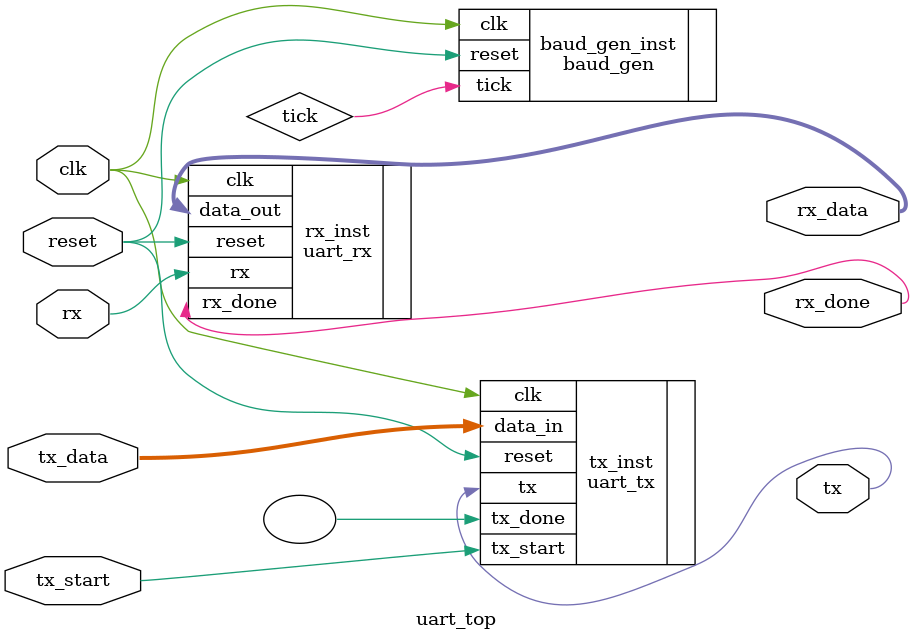
<source format=v>
module uart_top (
    input  wire       clk,
    input  wire       reset,
    input  wire       tx_start,
    input  wire [7:0] tx_data,
    output wire       tx,
    input  wire       rx,
    output wire [7:0] rx_data,
    output wire       rx_done
);

    // UART Configurations
    localparam CLK_FREQ  = 50_000_000;
    localparam BAUD_RATE = 1_000_000;

    wire tick;

    // Baud rate generator (shared tick for both TX and RX)
    baud_gen #(
        .CLK_FREQ(CLK_FREQ),
        .BAUD_RATE(BAUD_RATE)
    ) baud_gen_inst (
        .clk(clk),
        .reset(reset),
        .tick(tick)
    );

    // UART Transmitter
    uart_tx #(
        .CLK_FREQ(CLK_FREQ),
        .BAUD_RATE(BAUD_RATE)
    ) tx_inst (
        .clk(clk),
        .reset(reset),
        .tx_start(tx_start),
        .data_in(tx_data),
        .tx(tx),
        .tx_done() // 
    );

    // UART Receiver
    uart_rx #(
        .CLK_FREQ(CLK_FREQ),
        .BAUD_RATE(BAUD_RATE)
    ) rx_inst (
        .clk(clk),
        .reset(reset),
        .rx(rx),
        //.tick(tick),
        .data_out(rx_data),
        .rx_done(rx_done)
    );

endmodule



// iverilog -o uart.vvp uart_tb.v uart_top.v uart_tx.v uart_rx.v baud_gen.v 

</source>
